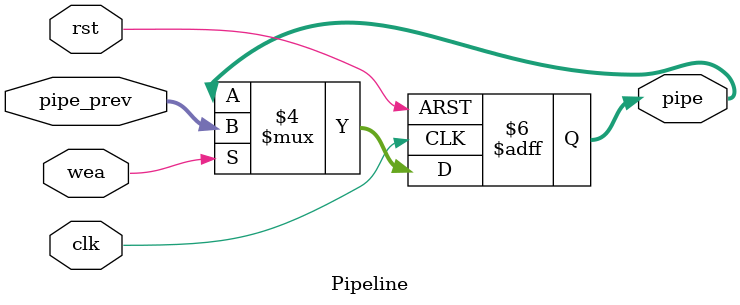
<source format=v>
module Pipeline #(
    parameter width = 32
)(
    input clk, rst, wea,
    input[width - 1:0] pipe_prev,
    output reg[width - 1:0] pipe
);
    always@(posedge clk, posedge rst) begin
        if (rst == 1) pipe <= 0;
        else if (wea == 1) pipe <= pipe_prev;
    end
endmodule
</source>
